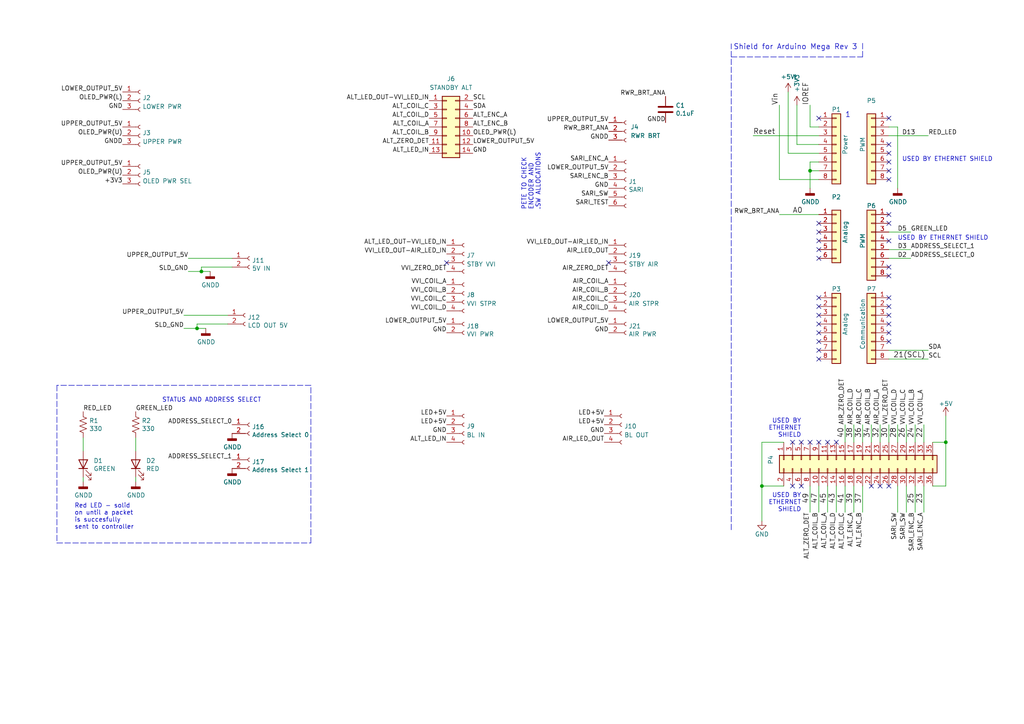
<source format=kicad_sch>
(kicad_sch (version 20211123) (generator eeschema)
  (paper "A4")
  (title_block (date "mar. 31 mars 2015"))
  (lib_symbols
    (symbol "APU Panel PCB V2:Connector_Conn_01x04_Female" (pin_names (offset 1.016) hide)
      (property "Reference" "J" (at 0 5.08 0))
      (property "Value" "Connector_Conn_01x04_Female" (at 0 -7.62 0))
      (symbol "Connector_Conn_01x04_Female_1_1"
        (arc (start 0 -4.572) (mid -0.508 -5.08) (end 0 -5.588) (stroke (width 0.1524)))
        (arc (start 0 -2.032) (mid -0.508 -2.54) (end 0 -3.048) (stroke (width 0.1524)))
        (polyline (pts (xy -1.27 -5.08) (xy -0.508 -5.08)) (stroke (width 0.1524)))
        (polyline (pts (xy -1.27 -2.54) (xy -0.508 -2.54)) (stroke (width 0.1524)))
        (polyline (pts (xy -1.27 0) (xy -0.508 0)) (stroke (width 0.1524)))
        (polyline (pts (xy -1.27 2.54) (xy -0.508 2.54)) (stroke (width 0.1524)))
        (arc (start 0 0.508) (mid -0.508 0) (end 0 -0.508) (stroke (width 0.1524)))
        (arc (start 0 3.048) (mid -0.508 2.54) (end 0 2.032) (stroke (width 0.1524)))
        (pin passive line (at -5.08 2.54 0) (length 3.81) (name "Pin_1") (number "1"))
        (pin passive line (at -5.08 0 0) (length 3.81) (name "Pin_2") (number "2"))
        (pin passive line (at -5.08 -2.54 0) (length 3.81) (name "Pin_3") (number "3"))
        (pin passive line (at -5.08 -5.08 0) (length 3.81) (name "Pin_4") (number "4"))
      )
    )
    (symbol "Connector:Conn_01x02_Female" (pin_names (offset 1.016) hide)
      (property "Reference" "J" (at 0 2.54 0))
      (property "Value" "Conn_01x02_Female" (at 0 -5.08 0))
      (symbol "Conn_01x02_Female_1_1"
        (arc (start 0 -2.032) (mid -0.508 -2.54) (end 0 -3.048) (stroke (width 0.1524)))
        (polyline (pts (xy -1.27 -2.54) (xy -0.508 -2.54)) (stroke (width 0.1524)))
        (polyline (pts (xy -1.27 0) (xy -0.508 0)) (stroke (width 0.1524)))
        (arc (start 0 0.508) (mid -0.508 0) (end 0 -0.508) (stroke (width 0.1524)))
        (pin passive line (at -5.08 0 0) (length 3.81) (name "Pin_1") (number "1"))
        (pin passive line (at -5.08 -2.54 0) (length 3.81) (name "Pin_2") (number "2"))
      )
    )
    (symbol "Connector:Conn_01x06_Female" (pin_names (offset 1.016) hide)
      (property "Reference" "J" (at 0 7.62 0))
      (property "Value" "Conn_01x06_Female" (at 0 -10.16 0))
      (symbol "Conn_01x06_Female_1_1"
        (arc (start 0 -7.112) (mid -0.508 -7.62) (end 0 -8.128) (stroke (width 0.1524)))
        (arc (start 0 -4.572) (mid -0.508 -5.08) (end 0 -5.588) (stroke (width 0.1524)))
        (arc (start 0 -2.032) (mid -0.508 -2.54) (end 0 -3.048) (stroke (width 0.1524)))
        (polyline (pts (xy -1.27 -7.62) (xy -0.508 -7.62)) (stroke (width 0.1524)))
        (polyline (pts (xy -1.27 -5.08) (xy -0.508 -5.08)) (stroke (width 0.1524)))
        (polyline (pts (xy -1.27 -2.54) (xy -0.508 -2.54)) (stroke (width 0.1524)))
        (polyline (pts (xy -1.27 0) (xy -0.508 0)) (stroke (width 0.1524)))
        (polyline (pts (xy -1.27 2.54) (xy -0.508 2.54)) (stroke (width 0.1524)))
        (polyline (pts (xy -1.27 5.08) (xy -0.508 5.08)) (stroke (width 0.1524)))
        (arc (start 0 0.508) (mid -0.508 0) (end 0 -0.508) (stroke (width 0.1524)))
        (arc (start 0 3.048) (mid -0.508 2.54) (end 0 2.032) (stroke (width 0.1524)))
        (arc (start 0 5.588) (mid -0.508 5.08) (end 0 4.572) (stroke (width 0.1524)))
        (pin passive line (at -5.08 5.08 0) (length 3.81) (name "Pin_1") (number "1"))
        (pin passive line (at -5.08 2.54 0) (length 3.81) (name "Pin_2") (number "2"))
        (pin passive line (at -5.08 0 0) (length 3.81) (name "Pin_3") (number "3"))
        (pin passive line (at -5.08 -2.54 0) (length 3.81) (name "Pin_4") (number "4"))
        (pin passive line (at -5.08 -5.08 0) (length 3.81) (name "Pin_5") (number "5"))
        (pin passive line (at -5.08 -7.62 0) (length 3.81) (name "Pin_6") (number "6"))
      )
    )
    (symbol "Connector_Generic:Conn_01x06" (pin_names (offset 1.016) hide)
      (property "Reference" "J" (at 0 7.62 0))
      (property "Value" "Conn_01x06" (at 0 -10.16 0))
      (symbol "Conn_01x06_1_1"
        (rectangle (start -1.27 -7.493) (end 0 -7.747) (stroke (width 0.1524)))
        (rectangle (start -1.27 -4.953) (end 0 -5.207) (stroke (width 0.1524)))
        (rectangle (start -1.27 -2.413) (end 0 -2.667) (stroke (width 0.1524)))
        (rectangle (start -1.27 0.127) (end 0 -0.127) (stroke (width 0.1524)))
        (rectangle (start -1.27 2.667) (end 0 2.413) (stroke (width 0.1524)))
        (rectangle (start -1.27 5.207) (end 0 4.953) (stroke (width 0.1524)))
        (rectangle (start -1.27 6.35) (end 1.27 -8.89) (stroke (width 0.254)) (fill (type background)))
        (pin passive line (at -5.08 5.08 0) (length 3.81) (name "Pin_1") (number "1"))
        (pin passive line (at -5.08 2.54 0) (length 3.81) (name "Pin_2") (number "2"))
        (pin passive line (at -5.08 0 0) (length 3.81) (name "Pin_3") (number "3"))
        (pin passive line (at -5.08 -2.54 0) (length 3.81) (name "Pin_4") (number "4"))
        (pin passive line (at -5.08 -5.08 0) (length 3.81) (name "Pin_5") (number "5"))
        (pin passive line (at -5.08 -7.62 0) (length 3.81) (name "Pin_6") (number "6"))
      )
    )
    (symbol "Connector_Generic:Conn_01x08" (pin_names (offset 1.016) hide)
      (property "Reference" "J" (at 0 10.16 0))
      (property "Value" "Conn_01x08" (at 0 -12.7 0))
      (symbol "Conn_01x08_1_1"
        (rectangle (start -1.27 -10.033) (end 0 -10.287) (stroke (width 0.1524)))
        (rectangle (start -1.27 -7.493) (end 0 -7.747) (stroke (width 0.1524)))
        (rectangle (start -1.27 -4.953) (end 0 -5.207) (stroke (width 0.1524)))
        (rectangle (start -1.27 -2.413) (end 0 -2.667) (stroke (width 0.1524)))
        (rectangle (start -1.27 0.127) (end 0 -0.127) (stroke (width 0.1524)))
        (rectangle (start -1.27 2.667) (end 0 2.413) (stroke (width 0.1524)))
        (rectangle (start -1.27 5.207) (end 0 4.953) (stroke (width 0.1524)))
        (rectangle (start -1.27 7.747) (end 0 7.493) (stroke (width 0.1524)))
        (rectangle (start -1.27 8.89) (end 1.27 -11.43) (stroke (width 0.254)) (fill (type background)))
        (pin passive line (at -5.08 7.62 0) (length 3.81) (name "Pin_1") (number "1"))
        (pin passive line (at -5.08 5.08 0) (length 3.81) (name "Pin_2") (number "2"))
        (pin passive line (at -5.08 2.54 0) (length 3.81) (name "Pin_3") (number "3"))
        (pin passive line (at -5.08 0 0) (length 3.81) (name "Pin_4") (number "4"))
        (pin passive line (at -5.08 -2.54 0) (length 3.81) (name "Pin_5") (number "5"))
        (pin passive line (at -5.08 -5.08 0) (length 3.81) (name "Pin_6") (number "6"))
        (pin passive line (at -5.08 -7.62 0) (length 3.81) (name "Pin_7") (number "7"))
        (pin passive line (at -5.08 -10.16 0) (length 3.81) (name "Pin_8") (number "8"))
      )
    )
    (symbol "Connector_Generic:Conn_02x18_Odd_Even" (pin_names (offset 1.016) hide)
      (property "Reference" "J" (at 1.27 22.86 0))
      (property "Value" "Conn_02x18_Odd_Even" (at 1.27 -25.4 0))
      (symbol "Conn_02x18_Odd_Even_1_1"
        (rectangle (start -1.27 -22.733) (end 0 -22.987) (stroke (width 0.1524)))
        (rectangle (start -1.27 -20.193) (end 0 -20.447) (stroke (width 0.1524)))
        (rectangle (start -1.27 -17.653) (end 0 -17.907) (stroke (width 0.1524)))
        (rectangle (start -1.27 -15.113) (end 0 -15.367) (stroke (width 0.1524)))
        (rectangle (start -1.27 -12.573) (end 0 -12.827) (stroke (width 0.1524)))
        (rectangle (start -1.27 -10.033) (end 0 -10.287) (stroke (width 0.1524)))
        (rectangle (start -1.27 -7.493) (end 0 -7.747) (stroke (width 0.1524)))
        (rectangle (start -1.27 -4.953) (end 0 -5.207) (stroke (width 0.1524)))
        (rectangle (start -1.27 -2.413) (end 0 -2.667) (stroke (width 0.1524)))
        (rectangle (start -1.27 0.127) (end 0 -0.127) (stroke (width 0.1524)))
        (rectangle (start -1.27 2.667) (end 0 2.413) (stroke (width 0.1524)))
        (rectangle (start -1.27 5.207) (end 0 4.953) (stroke (width 0.1524)))
        (rectangle (start -1.27 7.747) (end 0 7.493) (stroke (width 0.1524)))
        (rectangle (start -1.27 10.287) (end 0 10.033) (stroke (width 0.1524)))
        (rectangle (start -1.27 12.827) (end 0 12.573) (stroke (width 0.1524)))
        (rectangle (start -1.27 15.367) (end 0 15.113) (stroke (width 0.1524)))
        (rectangle (start -1.27 17.907) (end 0 17.653) (stroke (width 0.1524)))
        (rectangle (start -1.27 20.447) (end 0 20.193) (stroke (width 0.1524)))
        (rectangle (start -1.27 21.59) (end 3.81 -24.13) (stroke (width 0.254)) (fill (type background)))
        (rectangle (start 3.81 -22.733) (end 2.54 -22.987) (stroke (width 0.1524)))
        (rectangle (start 3.81 -20.193) (end 2.54 -20.447) (stroke (width 0.1524)))
        (rectangle (start 3.81 -17.653) (end 2.54 -17.907) (stroke (width 0.1524)))
        (rectangle (start 3.81 -15.113) (end 2.54 -15.367) (stroke (width 0.1524)))
        (rectangle (start 3.81 -12.573) (end 2.54 -12.827) (stroke (width 0.1524)))
        (rectangle (start 3.81 -10.033) (end 2.54 -10.287) (stroke (width 0.1524)))
        (rectangle (start 3.81 -7.493) (end 2.54 -7.747) (stroke (width 0.1524)))
        (rectangle (start 3.81 -4.953) (end 2.54 -5.207) (stroke (width 0.1524)))
        (rectangle (start 3.81 -2.413) (end 2.54 -2.667) (stroke (width 0.1524)))
        (rectangle (start 3.81 0.127) (end 2.54 -0.127) (stroke (width 0.1524)))
        (rectangle (start 3.81 2.667) (end 2.54 2.413) (stroke (width 0.1524)))
        (rectangle (start 3.81 5.207) (end 2.54 4.953) (stroke (width 0.1524)))
        (rectangle (start 3.81 7.747) (end 2.54 7.493) (stroke (width 0.1524)))
        (rectangle (start 3.81 10.287) (end 2.54 10.033) (stroke (width 0.1524)))
        (rectangle (start 3.81 12.827) (end 2.54 12.573) (stroke (width 0.1524)))
        (rectangle (start 3.81 15.367) (end 2.54 15.113) (stroke (width 0.1524)))
        (rectangle (start 3.81 17.907) (end 2.54 17.653) (stroke (width 0.1524)))
        (rectangle (start 3.81 20.447) (end 2.54 20.193) (stroke (width 0.1524)))
        (pin passive line (at -5.08 20.32 0) (length 3.81) (name "Pin_1") (number "1"))
        (pin passive line (at 7.62 10.16 180) (length 3.81) (name "Pin_10") (number "10"))
        (pin passive line (at -5.08 7.62 0) (length 3.81) (name "Pin_11") (number "11"))
        (pin passive line (at 7.62 7.62 180) (length 3.81) (name "Pin_12") (number "12"))
        (pin passive line (at -5.08 5.08 0) (length 3.81) (name "Pin_13") (number "13"))
        (pin passive line (at 7.62 5.08 180) (length 3.81) (name "Pin_14") (number "14"))
        (pin passive line (at -5.08 2.54 0) (length 3.81) (name "Pin_15") (number "15"))
        (pin passive line (at 7.62 2.54 180) (length 3.81) (name "Pin_16") (number "16"))
        (pin passive line (at -5.08 0 0) (length 3.81) (name "Pin_17") (number "17"))
        (pin passive line (at 7.62 0 180) (length 3.81) (name "Pin_18") (number "18"))
        (pin passive line (at -5.08 -2.54 0) (length 3.81) (name "Pin_19") (number "19"))
        (pin passive line (at 7.62 20.32 180) (length 3.81) (name "Pin_2") (number "2"))
        (pin passive line (at 7.62 -2.54 180) (length 3.81) (name "Pin_20") (number "20"))
        (pin passive line (at -5.08 -5.08 0) (length 3.81) (name "Pin_21") (number "21"))
        (pin passive line (at 7.62 -5.08 180) (length 3.81) (name "Pin_22") (number "22"))
        (pin passive line (at -5.08 -7.62 0) (length 3.81) (name "Pin_23") (number "23"))
        (pin passive line (at 7.62 -7.62 180) (length 3.81) (name "Pin_24") (number "24"))
        (pin passive line (at -5.08 -10.16 0) (length 3.81) (name "Pin_25") (number "25"))
        (pin passive line (at 7.62 -10.16 180) (length 3.81) (name "Pin_26") (number "26"))
        (pin passive line (at -5.08 -12.7 0) (length 3.81) (name "Pin_27") (number "27"))
        (pin passive line (at 7.62 -12.7 180) (length 3.81) (name "Pin_28") (number "28"))
        (pin passive line (at -5.08 -15.24 0) (length 3.81) (name "Pin_29") (number "29"))
        (pin passive line (at -5.08 17.78 0) (length 3.81) (name "Pin_3") (number "3"))
        (pin passive line (at 7.62 -15.24 180) (length 3.81) (name "Pin_30") (number "30"))
        (pin passive line (at -5.08 -17.78 0) (length 3.81) (name "Pin_31") (number "31"))
        (pin passive line (at 7.62 -17.78 180) (length 3.81) (name "Pin_32") (number "32"))
        (pin passive line (at -5.08 -20.32 0) (length 3.81) (name "Pin_33") (number "33"))
        (pin passive line (at 7.62 -20.32 180) (length 3.81) (name "Pin_34") (number "34"))
        (pin passive line (at -5.08 -22.86 0) (length 3.81) (name "Pin_35") (number "35"))
        (pin passive line (at 7.62 -22.86 180) (length 3.81) (name "Pin_36") (number "36"))
        (pin passive line (at 7.62 17.78 180) (length 3.81) (name "Pin_4") (number "4"))
        (pin passive line (at -5.08 15.24 0) (length 3.81) (name "Pin_5") (number "5"))
        (pin passive line (at 7.62 15.24 180) (length 3.81) (name "Pin_6") (number "6"))
        (pin passive line (at -5.08 12.7 0) (length 3.81) (name "Pin_7") (number "7"))
        (pin passive line (at 7.62 12.7 180) (length 3.81) (name "Pin_8") (number "8"))
        (pin passive line (at -5.08 10.16 0) (length 3.81) (name "Pin_9") (number "9"))
      )
    )
    (symbol "Device:C" (pin_numbers hide) (pin_names (offset 0.254))
      (property "Reference" "C" (at 0.635 2.54 0))
      (property "Value" "C" (at 0.635 -2.54 0))
      (symbol "C_0_1"
        (polyline (pts (xy -2.032 -0.762) (xy 2.032 -0.762)) (stroke (width 0.508)))
        (polyline (pts (xy -2.032 0.762) (xy 2.032 0.762)) (stroke (width 0.508)))
      )
      (symbol "C_1_1"
        (pin passive line (at 0 3.81 270) (length 2.794) (name "~") (number "1"))
        (pin passive line (at 0 -3.81 90) (length 2.794) (name "~") (number "2"))
      )
    )
    (symbol "Device:LED" (pin_numbers hide) (pin_names (offset 1.016) hide)
      (property "Reference" "D" (at 0 2.54 0))
      (property "Value" "LED" (at 0 -2.54 0))
      (symbol "LED_0_1"
        (polyline (pts (xy -1.27 -1.27) (xy -1.27 1.27)) (stroke (width 0.254)))
        (polyline (pts (xy -1.27 0) (xy 1.27 0)))
        (polyline (pts (xy 1.27 -1.27) (xy 1.27 1.27) (xy -1.27 0) (xy 1.27 -1.27)) (stroke (width 0.254)))
        (polyline (pts (xy -3.048 -0.762) (xy -4.572 -2.286) (xy -3.81 -2.286) (xy -4.572 -2.286) (xy -4.572 -1.524)))
        (polyline (pts (xy -1.778 -0.762) (xy -3.302 -2.286) (xy -2.54 -2.286) (xy -3.302 -2.286) (xy -3.302 -1.524)))
      )
      (symbol "LED_1_1"
        (pin passive line (at -3.81 0 0) (length 2.54) (name "K") (number "1"))
        (pin passive line (at 3.81 0 180) (length 2.54) (name "A") (number "2"))
      )
    )
    (symbol "Device:R_US" (pin_numbers hide) (pin_names (offset 0))
      (property "Reference" "R" (at 2.54 0 90))
      (property "Value" "R_US" (at -2.54 0 90))
      (symbol "R_US_0_1"
        (polyline (pts (xy 0 -2.286) (xy 0 -2.54)))
        (polyline (pts (xy 0 2.286) (xy 0 2.54)))
        (polyline (pts (xy 0 -0.762) (xy 1.016 -1.143) (xy 0 -1.524) (xy -1.016 -1.905) (xy 0 -2.286)))
        (polyline (pts (xy 0 0.762) (xy 1.016 0.381) (xy 0 0) (xy -1.016 -0.381) (xy 0 -0.762)))
        (polyline (pts (xy 0 2.286) (xy 1.016 1.905) (xy 0 1.524) (xy -1.016 1.143) (xy 0 0.762)))
      )
      (symbol "R_US_1_1"
        (pin passive line (at 0 3.81 270) (length 1.27) (name "~") (number "1"))
        (pin passive line (at 0 -3.81 90) (length 1.27) (name "~") (number "2"))
      )
    )
    (symbol "OH - Left Console - 7 - Communication Panel-cache:Connector_Conn_01x03_Female" (pin_names (offset 1.016) hide)
      (property "Reference" "J" (at 0 5.08 0))
      (property "Value" "Connector_Conn_01x03_Female" (at 0 -5.08 0))
      (symbol "Connector_Conn_01x03_Female_1_1"
        (arc (start 0 -2.032) (mid -0.508 -2.54) (end 0 -3.048) (stroke (width 0.1524)))
        (polyline (pts (xy -1.27 -2.54) (xy -0.508 -2.54)) (stroke (width 0.1524)))
        (polyline (pts (xy -1.27 0) (xy -0.508 0)) (stroke (width 0.1524)))
        (polyline (pts (xy -1.27 2.54) (xy -0.508 2.54)) (stroke (width 0.1524)))
        (arc (start 0 0.508) (mid -0.508 0) (end 0 -0.508) (stroke (width 0.1524)))
        (arc (start 0 3.048) (mid -0.508 2.54) (end 0 2.032) (stroke (width 0.1524)))
        (pin passive line (at -5.08 2.54 0) (length 3.81) (name "Pin_1") (number "1"))
        (pin passive line (at -5.08 0 0) (length 3.81) (name "Pin_2") (number "2"))
        (pin passive line (at -5.08 -2.54 0) (length 3.81) (name "Pin_3") (number "3"))
      )
    )
    (symbol "power:+3V3" (power) (pin_names (offset 0))
      (property "Value" "+3V3" (at 0 3.556 0))
      (symbol "+3V3_0_1"
        (polyline (pts (xy -0.762 1.27) (xy 0 2.54)))
        (polyline (pts (xy 0 0) (xy 0 2.54)))
        (polyline (pts (xy 0 2.54) (xy 0.762 1.27)))
      )
      (symbol "+3V3_1_1"
        (pin power_in line (at 0 0 90) (length 0) hide (name "+3V3") (number "1"))
      )
    )
    (symbol "power:+5V" (power) (pin_names (offset 0))
      (property "Value" "+5V" (at 0 3.556 0))
      (symbol "+5V_0_1"
        (polyline (pts (xy -0.762 1.27) (xy 0 2.54)))
        (polyline (pts (xy 0 0) (xy 0 2.54)))
        (polyline (pts (xy 0 2.54) (xy 0.762 1.27)))
      )
      (symbol "+5V_1_1"
        (pin power_in line (at 0 0 90) (length 0) hide (name "+5V") (number "1"))
      )
    )
    (symbol "power:+5VL" (power) (pin_names (offset 0))
      (property "Value" "+5VL" (at 0 3.556 0))
      (symbol "+5VL_0_1"
        (polyline (pts (xy -0.762 1.27) (xy 0 2.54)))
        (polyline (pts (xy 0 0) (xy 0 2.54)))
        (polyline (pts (xy 0 2.54) (xy 0.762 1.27)))
      )
      (symbol "+5VL_1_1"
        (pin power_in line (at 0 0 90) (length 0) hide (name "+5VL") (number "1"))
      )
    )
    (symbol "power:GND" (power) (pin_names (offset 0))
      (property "Value" "GND" (at 0 -3.81 0))
      (symbol "GND_0_1"
        (polyline (pts (xy 0 0) (xy 0 -1.27) (xy 1.27 -1.27) (xy 0 -2.54) (xy -1.27 -1.27) (xy 0 -1.27)))
      )
      (symbol "GND_1_1"
        (pin power_in line (at 0 0 270) (length 0) hide (name "GND") (number "1"))
      )
    )
    (symbol "power:GNDD" (power) (pin_names (offset 0))
      (property "Value" "GNDD" (at 0 -3.175 0))
      (symbol "GNDD_0_1"
        (rectangle (start -1.27 -1.524) (end 1.27 -2.032) (stroke (width 0.254)) (fill (type outline)))
        (polyline (pts (xy 0 0) (xy 0 -1.524)))
      )
      (symbol "GNDD_1_1"
        (pin power_in line (at 0 0 270) (length 0) hide (name "GNDD") (number "1"))
      )
    )
    (symbol "standby_altimeter-cache:Connector_Generic_Conn_02x07_Odd_Even" (pin_names (offset 1.016) hide)
      (property "Reference" "J" (at 1.27 10.16 0))
      (property "Value" "Connector_Generic_Conn_02x07_Odd_Even" (at 1.27 -10.16 0))
      (symbol "Connector_Generic_Conn_02x07_Odd_Even_1_1"
        (rectangle (start -1.27 -7.493) (end 0 -7.747) (stroke (width 0.1524)))
        (rectangle (start -1.27 -4.953) (end 0 -5.207) (stroke (width 0.1524)))
        (rectangle (start -1.27 -2.413) (end 0 -2.667) (stroke (width 0.1524)))
        (rectangle (start -1.27 0.127) (end 0 -0.127) (stroke (width 0.1524)))
        (rectangle (start -1.27 2.667) (end 0 2.413) (stroke (width 0.1524)))
        (rectangle (start -1.27 5.207) (end 0 4.953) (stroke (width 0.1524)))
        (rectangle (start -1.27 7.747) (end 0 7.493) (stroke (width 0.1524)))
        (rectangle (start -1.27 8.89) (end 3.81 -8.89) (stroke (width 0.254)) (fill (type background)))
        (rectangle (start 3.81 -7.493) (end 2.54 -7.747) (stroke (width 0.1524)))
        (rectangle (start 3.81 -4.953) (end 2.54 -5.207) (stroke (width 0.1524)))
        (rectangle (start 3.81 -2.413) (end 2.54 -2.667) (stroke (width 0.1524)))
        (rectangle (start 3.81 0.127) (end 2.54 -0.127) (stroke (width 0.1524)))
        (rectangle (start 3.81 2.667) (end 2.54 2.413) (stroke (width 0.1524)))
        (rectangle (start 3.81 5.207) (end 2.54 4.953) (stroke (width 0.1524)))
        (rectangle (start 3.81 7.747) (end 2.54 7.493) (stroke (width 0.1524)))
        (pin passive line (at -5.08 7.62 0) (length 3.81) (name "Pin_1") (number "1"))
        (pin passive line (at 7.62 -2.54 180) (length 3.81) (name "Pin_10") (number "10"))
        (pin passive line (at -5.08 -5.08 0) (length 3.81) (name "Pin_11") (number "11"))
        (pin passive line (at 7.62 -5.08 180) (length 3.81) (name "Pin_12") (number "12"))
        (pin passive line (at -5.08 -7.62 0) (length 3.81) (name "Pin_13") (number "13"))
        (pin passive line (at 7.62 -7.62 180) (length 3.81) (name "Pin_14") (number "14"))
        (pin passive line (at 7.62 7.62 180) (length 3.81) (name "Pin_2") (number "2"))
        (pin passive line (at -5.08 5.08 0) (length 3.81) (name "Pin_3") (number "3"))
        (pin passive line (at 7.62 5.08 180) (length 3.81) (name "Pin_4") (number "4"))
        (pin passive line (at -5.08 2.54 0) (length 3.81) (name "Pin_5") (number "5"))
        (pin passive line (at 7.62 2.54 180) (length 3.81) (name "Pin_6") (number "6"))
        (pin passive line (at -5.08 0 0) (length 3.81) (name "Pin_7") (number "7"))
        (pin passive line (at 7.62 0 180) (length 3.81) (name "Pin_8") (number "8"))
        (pin passive line (at -5.08 -2.54 0) (length 3.81) (name "Pin_9") (number "9"))
      )
    )
  )
  (junction (at 57.15 95.25))
  (junction (at 234.95 49.53))
  (junction (at 58.42 78.74))
  (junction (at 220.98 140.97))
  (junction (at 274.32 128.27))
  (no_connect (at 257.81 62.23))
  (no_connect (at 237.49 96.52))
  (no_connect (at 237.49 104.14))
  (no_connect (at 237.49 69.85))
  (no_connect (at 257.81 64.77))
  (no_connect (at 234.95 128.27))
  (no_connect (at 257.81 49.53))
  (no_connect (at 242.57 128.27))
  (no_connect (at 257.81 41.91))
  (no_connect (at 257.81 96.52))
  (no_connect (at 176.53 76.2))
  (no_connect (at 257.81 46.99))
  (no_connect (at 257.81 140.97))
  (no_connect (at 255.27 140.97))
  (no_connect (at 257.81 91.44))
  (no_connect (at 257.81 52.07))
  (no_connect (at 252.73 140.97))
  (no_connect (at 129.54 76.2))
  (no_connect (at 237.49 88.9))
  (no_connect (at 237.49 74.93))
  (no_connect (at 257.81 86.36))
  (no_connect (at 257.81 34.29))
  (no_connect (at 232.41 128.27))
  (no_connect (at 237.49 72.39))
  (no_connect (at 237.49 86.36))
  (no_connect (at 237.49 101.6))
  (no_connect (at 237.49 93.98))
  (no_connect (at 237.49 99.06))
  (no_connect (at 257.81 69.85))
  (no_connect (at 229.87 128.27))
  (no_connect (at 237.49 34.29))
  (no_connect (at 229.87 140.97))
  (no_connect (at 257.81 99.06))
  (no_connect (at 232.41 140.97))
  (no_connect (at 257.81 44.45))
  (no_connect (at 237.49 128.27))
  (no_connect (at 237.49 64.77))
  (no_connect (at 240.03 128.27))
  (no_connect (at 257.81 77.47))
  (no_connect (at 237.49 91.44))
  (no_connect (at 257.81 80.01))
  (no_connect (at 257.81 93.98))
  (no_connect (at 237.49 67.31))
  (no_connect (at 257.81 88.9))
  (wire (pts (xy 237.49 62.23) (xy 226.06 62.23)))
  (wire (pts (xy 237.49 49.53) (xy 234.95 49.53)))
  (wire (pts (xy 53.34 91.44) (xy 66.04 91.44)))
  (wire (pts (xy 218.44 39.37) (xy 237.49 39.37)))
  (wire (pts (xy 228.6 26.67) (xy 228.6 44.45)))
  (wire (pts (xy 274.32 140.97) (xy 270.51 140.97)))
  (wire (pts (xy 257.81 104.14) (xy 269.24 104.14)))
  (wire (pts (xy 220.98 128.27) (xy 220.98 140.97)))
  (wire (pts (xy 57.15 93.98) (xy 57.15 95.25)))
  (wire (pts (xy 264.16 72.39) (xy 257.81 72.39)))
  (wire (pts (xy 260.35 128.27) (xy 260.35 123.19)))
  (wire (pts (xy 237.49 46.99) (xy 234.95 46.99)))
  (wire (pts (xy 274.32 128.27) (xy 274.32 140.97)))
  (wire (pts (xy 237.49 36.83) (xy 234.95 36.83)))
  (wire (pts (xy 58.42 77.47) (xy 58.42 78.74)))
  (wire (pts (xy 67.31 77.47) (xy 58.42 77.47)))
  (wire (pts (xy 262.89 128.27) (xy 262.89 123.19)))
  (wire (pts (xy 267.97 128.27) (xy 267.97 123.19)))
  (wire (pts (xy 245.11 128.27) (xy 245.11 123.19)))
  (polyline (pts (xy 16.51 111.76) (xy 16.51 157.48)))
  (wire (pts (xy 240.03 140.97) (xy 240.03 148.59)))
  (wire (pts (xy 39.37 138.43) (xy 39.37 139.7)))
  (wire (pts (xy 257.81 128.27) (xy 257.81 123.19)))
  (wire (pts (xy 257.81 39.37) (xy 269.24 39.37)))
  (wire (pts (xy 24.13 138.43) (xy 24.13 139.7)))
  (wire (pts (xy 247.65 140.97) (xy 247.65 148.59)))
  (wire (pts (xy 265.43 140.97) (xy 265.43 148.59)))
  (wire (pts (xy 226.06 52.07) (xy 226.06 30.48)))
  (wire (pts (xy 234.95 36.83) (xy 234.95 30.48)))
  (wire (pts (xy 39.37 127) (xy 39.37 130.81)))
  (wire (pts (xy 231.14 41.91) (xy 237.49 41.91)))
  (wire (pts (xy 257.81 74.93) (xy 264.16 74.93)))
  (wire (pts (xy 252.73 128.27) (xy 252.73 123.19)))
  (wire (pts (xy 24.13 127) (xy 24.13 130.81)))
  (wire (pts (xy 57.15 95.25) (xy 59.69 95.25)))
  (wire (pts (xy 260.35 54.61) (xy 260.35 36.83)))
  (polyline (pts (xy 212.09 153.67) (xy 212.09 12.7)))
  (wire (pts (xy 265.43 128.27) (xy 265.43 123.19)))
  (polyline (pts (xy 250.19 16.51) (xy 250.19 12.065)))
  (wire (pts (xy 53.34 95.25) (xy 57.15 95.25)))
  (wire (pts (xy 58.42 78.74) (xy 60.96 78.74)))
  (polyline (pts (xy 212.09 16.51) (xy 250.19 16.51)))
  (wire (pts (xy 234.95 49.53) (xy 234.95 54.61)))
  (wire (pts (xy 234.95 140.97) (xy 234.95 148.59)))
  (wire (pts (xy 250.19 128.27) (xy 250.19 123.19)))
  (wire (pts (xy 247.65 128.27) (xy 247.65 123.19)))
  (wire (pts (xy 245.11 140.97) (xy 245.11 148.59)))
  (wire (pts (xy 267.97 140.97) (xy 267.97 148.59)))
  (polyline (pts (xy 90.17 157.48) (xy 90.17 111.76)))
  (wire (pts (xy 255.27 128.27) (xy 255.27 123.19)))
  (wire (pts (xy 231.14 30.48) (xy 231.14 41.91)))
  (wire (pts (xy 260.35 36.83) (xy 257.81 36.83)))
  (wire (pts (xy 234.95 46.99) (xy 234.95 49.53)))
  (wire (pts (xy 227.33 128.27) (xy 220.98 128.27)))
  (wire (pts (xy 274.32 120.65) (xy 274.32 128.27)))
  (polyline (pts (xy 90.17 111.76) (xy 16.51 111.76)))
  (wire (pts (xy 237.49 140.97) (xy 237.49 148.59)))
  (wire (pts (xy 269.24 101.6) (xy 257.81 101.6)))
  (wire (pts (xy 274.32 128.27) (xy 270.51 128.27)))
  (wire (pts (xy 262.89 140.97) (xy 262.89 148.59)))
  (wire (pts (xy 220.98 140.97) (xy 220.98 151.13)))
  (wire (pts (xy 260.35 140.97) (xy 260.35 148.59)))
  (wire (pts (xy 54.61 74.93) (xy 67.31 74.93)))
  (wire (pts (xy 66.04 93.98) (xy 57.15 93.98)))
  (polyline (pts (xy 16.51 157.48) (xy 90.17 157.48)))
  (wire (pts (xy 227.33 140.97) (xy 220.98 140.97)))
  (wire (pts (xy 250.19 140.97) (xy 250.19 148.59)))
  (wire (pts (xy 54.61 78.74) (xy 58.42 78.74)))
  (wire (pts (xy 228.6 44.45) (xy 237.49 44.45)))
  (wire (pts (xy 242.57 140.97) (xy 242.57 148.59)))
  (wire (pts (xy 237.49 52.07) (xy 226.06 52.07)))
  (wire (pts (xy 264.16 67.31) (xy 257.81 67.31)))
  (text "Shield for Arduino Mega Rev 3" (at 212.725 14.605 0) (effects (font (size 1.524 1.524)) (justify left bottom)))
  (text "USED BY\nETHERNET\nSHIELD" (at 232.41 127 180) (effects (font (size 1.27 1.27)) (justify right bottom)))
  (text "STATUS AND ADDRESS SELECT" (at 46.99 116.84 0) (effects (font (size 1.27 1.27)) (justify left bottom)))
  (text "USED BY ETHERNET SHIELD" (at 260.35 69.85 0) (effects (font (size 1.27 1.27)) (justify left bottom)))
  (text "USED BY\nETHERNET\nSHIELD" (at 232.41 148.59 180) (effects (font (size 1.27 1.27)) (justify right bottom)))
  (text "Red LED - solid\non until a packet\nis succesfully \nsent to controller" (at 21.59 153.67 0) (effects (font (size 1.27 1.27)) (justify left bottom)))
  (text "1" (at 245.11 34.29 0) (effects (font (size 1.524 1.524)) (justify left bottom)))
  (text "PETE TO CHECK \nENCODER AND \n.SW ALLOCATIONS" (at 156.845 60.96 90) (effects (font (size 1.27 1.27)) (justify left bottom)))
  (text "USED BY ETHERNET SHIELD" (at 261.62 46.99 0) (effects (font (size 1.27 1.27)) (justify left bottom)))
  (label "VVI_LED_OUT-AIR_LED_IN" (at 176.53 71.12 180))
  (label "ALT_COIL_C" (at 124.46 31.75 180))
  (label "SARI_SW" (at 176.53 57.15 180))
  (label "SARI_SW" (at 260.35 148.59 270))
  (label "UPPER_OUTPUT_5V" (at 35.56 48.26 180))
  (label "D2" (at 260.35 74.93 0))
  (label "LOWER_OUTPUT_5V" (at 176.53 93.98 180))
  (label "AIR_ZERO_DET" (at 176.53 78.74 180))
  (label "41" (at 245.11 146.05 90) (effects (font (size 1.524 1.524))))
  (label "VVI_COIL_C" (at 129.54 87.63 180))
  (label "SARI_ENC_B" (at 176.53 52.07 180))
  (label "VVI_LED_OUT-AIR_LED_IN" (at 129.54 73.66 180))
  (label "UPPER_OUTPUT_5V" (at 176.53 35.56 180))
  (label "ALT_COIL_A" (at 240.03 148.59 270))
  (label "ADDRESS_SELECT_1" (at 67.31 133.35 180))
  (label "+3V3" (at 35.56 53.34 180))
  (label "SARI_ENC_A" (at 176.53 46.99 180))
  (label "GND" (at 175.26 125.73 180))
  (label "ALT_COIL_B" (at 237.49 148.59 270))
  (label "D5" (at 260.35 67.31 0))
  (label "RED_LED" (at 24.13 119.38 0))
  (label "LED+5V" (at 129.54 123.19 180))
  (label "VVI_COIL_D" (at 260.35 123.19 90))
  (label "VVI_COIL_A" (at 267.97 123.19 90))
  (label "GNDD" (at 193.04 35.56 180))
  (label "Vin" (at 226.06 30.48 90) (effects (font (size 1.524 1.524))))
  (label "UPPER_OUTPUT_5V" (at 54.61 74.93 180))
  (label "VVI_ZERO_DET" (at 129.54 78.74 180))
  (label "IOREF" (at 234.95 30.48 90) (effects (font (size 1.524 1.524))))
  (label "AIR_LED_OUT" (at 176.53 73.66 180))
  (label "GND" (at 129.54 125.73 180))
  (label "28" (at 260.35 127 90) (effects (font (size 1.524 1.524))))
  (label "RED_LED" (at 269.24 39.37 0))
  (label "LED+5V" (at 129.54 120.65 180))
  (label "VVI_COIL_B" (at 129.54 85.09 180))
  (label "SARI_ENC_B" (at 265.43 148.59 270))
  (label "36" (at 250.19 127 90) (effects (font (size 1.524 1.524))))
  (label "VVI_COIL_D" (at 129.54 90.17 180))
  (label "Reset" (at 218.44 39.37 0) (effects (font (size 1.524 1.524))))
  (label "UPPER_OUTPUT_5V" (at 53.34 91.44 180))
  (label "ADDRESS_SELECT_0" (at 264.16 74.93 0))
  (label "AIR_COIL_A" (at 255.27 123.19 90))
  (label "21(SCL)" (at 259.08 104.14 0) (effects (font (size 1.524 1.524))))
  (label "AIR_COIL_D" (at 247.65 123.19 90))
  (label "37" (at 250.19 146.05 90) (effects (font (size 1.524 1.524))))
  (label "AIR_COIL_D" (at 176.53 90.17 180))
  (label "SARI_SW" (at 262.89 148.59 270))
  (label "AIR_COIL_B" (at 176.53 85.09 180))
  (label "ALT_ENC_B" (at 137.16 36.83 0))
  (label "34" (at 252.73 127 90) (effects (font (size 1.524 1.524))))
  (label "GREEN_LED" (at 264.16 67.31 0))
  (label "A0" (at 229.87 62.23 0) (effects (font (size 1.524 1.524))))
  (label "39" (at 247.65 146.05 90) (effects (font (size 1.524 1.524))))
  (label "AIR_LED_OUT" (at 175.26 128.27 180))
  (label "ALT_LED_IN" (at 124.46 44.45 180))
  (label "VVI_ZERO_DET" (at 257.81 123.19 90))
  (label "ALT_LED_OUT-VVI_LED_IN" (at 129.54 71.12 180))
  (label "40" (at 245.11 127 90) (effects (font (size 1.524 1.524))))
  (label "ADDRESS_SELECT_0" (at 67.31 123.19 180))
  (label "OLED_PWR(U)" (at 35.56 50.8 180))
  (label "ALT_ENC_B" (at 250.19 148.59 270))
  (label "ALT_COIL_C" (at 245.11 148.59 270))
  (label "GND" (at 137.16 44.45 0))
  (label "30" (at 257.81 127 90) (effects (font (size 1.524 1.524))))
  (label "SCL" (at 269.24 104.14 0))
  (label "OLED_PWR(U)" (at 35.56 39.37 180))
  (label "RWR_BRT_ANA" (at 193.04 27.94 180))
  (label "ALT_COIL_D" (at 242.57 148.59 270))
  (label "LOWER_OUTPUT_5V" (at 129.54 93.98 180))
  (label "AIR_ZERO_DET" (at 245.11 123.19 90))
  (label "LOWER_OUTPUT_5V" (at 176.53 49.53 180))
  (label "ALT_ZERO_DET" (at 124.46 41.91 180))
  (label "RWR_BRT_ANA" (at 226.06 62.23 180))
  (label "26" (at 262.89 127 90) (effects (font (size 1.524 1.524))))
  (label "24" (at 265.43 127 90) (effects (font (size 1.524 1.524))))
  (label "SDA" (at 269.24 101.6 0))
  (label "ALT_COIL_B" (at 124.46 39.37 180))
  (label "ALT_ENC_A" (at 137.16 34.29 0))
  (label "SDA" (at 137.16 31.75 0))
  (label "OLED_PWR(L)" (at 35.56 29.21 180))
  (label "OLED_PWR(L)" (at 137.16 39.37 0))
  (label "22" (at 267.97 127 90) (effects (font (size 1.524 1.524))))
  (label "SLD_GND" (at 54.61 78.74 180))
  (label "GREEN_LED" (at 39.37 119.38 0))
  (label "GND" (at 176.53 96.52 180))
  (label "VVI_COIL_B" (at 265.43 123.19 90))
  (label "UPPER_OUTPUT_5V" (at 35.56 36.83 180))
  (label "ALT_COIL_A" (at 124.46 36.83 180))
  (label "ALT_LED_IN" (at 129.54 128.27 180))
  (label "AIR_COIL_C" (at 176.53 87.63 180))
  (label "ALT_ZERO_DET" (at 234.95 148.59 270))
  (label "23" (at 267.97 146.05 90) (effects (font (size 1.524 1.524))))
  (label "ALT_LED_OUT-VVI_LED_IN" (at 124.46 29.21 180))
  (label "45" (at 240.03 146.05 90) (effects (font (size 1.524 1.524))))
  (label "AIR_COIL_A" (at 176.53 82.55 180))
  (label "38" (at 247.65 127 90) (effects (font (size 1.524 1.524))))
  (label "ALT_COIL_D" (at 124.46 34.29 180))
  (label "25" (at 265.43 146.05 90) (effects (font (size 1.524 1.524))))
  (label "LED+5V" (at 175.26 120.65 180))
  (label "SARI_TEST" (at 176.53 59.69 180))
  (label "VVI_COIL_C" (at 262.89 123.19 90))
  (label "GND" (at 176.53 54.61 180))
  (label "VVI_COIL_A" (at 129.54 82.55 180))
  (label "SARI_ENC_A" (at 267.97 148.59 270))
  (label "SLD_GND" (at 53.34 95.25 180))
  (label "LOWER_OUTPUT_5V" (at 35.56 26.67 180))
  (label "LED+5V" (at 175.26 123.19 180))
  (label "LOWER_OUTPUT_5V" (at 137.16 41.91 0))
  (label "47" (at 237.49 146.05 90) (effects (font (size 1.524 1.524))))
  (label "43" (at 242.57 146.05 90) (effects (font (size 1.524 1.524))))
  (label "D3" (at 260.35 72.39 0))
  (label "32" (at 255.27 127 90) (effects (font (size 1.524 1.524))))
  (label "D13" (at 261.62 39.37 0))
  (label "SCL" (at 137.16 29.21 0))
  (label "GND" (at 35.56 31.75 180))
  (label "GNDD" (at 35.56 41.91 180))
  (label "ALT_ENC_A" (at 247.65 148.59 270))
  (label "GND" (at 129.54 96.52 180))
  (label "GNDD" (at 176.53 40.64 180))
  (label "AIR_COIL_B" (at 252.73 123.19 90))
  (label "RWR_BRT_ANA" (at 176.53 38.1 180))
  (label "ADDRESS_SELECT_1" (at 264.16 72.39 0))
  (label "AIR_COIL_C" (at 250.19 123.19 90))
  (label "49" (at 234.95 146.05 90) (effects (font (size 1.524 1.524))))
  (symbol (lib_id "Connector_Generic:Conn_01x08") (at 242.57 41.91 0) (unit 1)
    (property "Reference" "P1" (at 242.57 31.75 0))
    (property "Value" "Power" (at 245.11 41.91 90))
    (property "Footprint" "Socket_Arduino_Mega:Socket_Strip_Arduino_1x08" (effects hide))
  )
  (symbol (lib_id "power:+3V3") (at 231.14 30.48 0) (unit 1)
    (property "Reference" "#PWR020" (effects hide))
    (property "Value" "+3.3V" (at 231.14 24.13 90))
  )
  (symbol (lib_id "Connector_Generic:Conn_01x08") (at 252.73 41.91 0) (mirror y) (unit 1)
    (property "Reference" "P5" (at 252.73 29.21 0))
    (property "Value" "PWM" (at 250.19 41.91 90))
    (property "Footprint" "Socket_Arduino_Mega:Socket_Strip_Arduino_1x08" (effects hide))
  )
  (symbol (lib_id "Connector_Generic:Conn_01x06") (at 242.57 67.31 0) (unit 1)
    (property "Reference" "P2" (at 242.57 57.15 0))
    (property "Value" "Analog" (at 245.11 67.31 90))
    (property "Footprint" "Socket_Arduino_Mega:Socket_Strip_Arduino_1x06" (effects hide))
  )
  (symbol (lib_id "Connector_Generic:Conn_01x08") (at 252.73 69.85 0) (mirror y) (unit 1)
    (property "Reference" "P6" (at 252.73 59.69 0))
    (property "Value" "PWM" (at 250.19 69.85 90))
    (property "Footprint" "Socket_Arduino_Mega:Socket_Strip_Arduino_1x08" (effects hide))
  )
  (symbol (lib_id "Connector_Generic:Conn_01x08") (at 242.57 93.98 0) (unit 1)
    (property "Reference" "P3" (at 242.57 83.82 0))
    (property "Value" "Analog" (at 245.11 93.98 90))
    (property "Footprint" "Socket_Arduino_Mega:Socket_Strip_Arduino_1x08" (effects hide))
  )
  (symbol (lib_id "Connector_Generic:Conn_01x08") (at 252.73 93.98 0) (mirror y) (unit 1)
    (property "Reference" "P7" (at 252.73 83.82 0))
    (property "Value" "Communication" (at 250.19 93.98 90))
    (property "Footprint" "Socket_Arduino_Mega:Socket_Strip_Arduino_1x08" (effects hide))
  )
  (symbol (lib_id "Connector_Generic:Conn_02x18_Odd_Even") (at 247.65 133.35 90) (mirror x) (unit 1)
    (property "Reference" "P4" (at 223.52 133.35 0))
    (property "Value" "Digital" (effects hide))
    (property "Footprint" "Socket_Arduino_Mega:Socket_Strip_Arduino_2x18" (effects hide))
  )
  (symbol (lib_id "power:GND") (at 220.98 151.13 0) (unit 1)
    (property "Reference" "#PWR018" (effects hide))
    (property "Value" "GND" (at 220.98 154.94 0))
  )
  (symbol (lib_id "power:+5V") (at 274.32 120.65 0) (unit 1)
    (property "Reference" "#PWR023" (effects hide))
    (property "Value" "+5V" (at 274.32 117.094 0))
  )
  (symbol (lib_id "Device:LED") (at 24.13 134.62 90) (unit 1)
    (property "Reference" "D1" (at 27.1272 133.6294 90) (effects (justify right)))
    (property "Value" "GREEN" (at 27.1272 135.9408 90) (effects (justify right)))
    (property "Footprint" "LED_THT:LED_D3.0mm" (effects hide))
  )
  (symbol (lib_id "Device:R_US") (at 24.13 123.19 0) (unit 1)
    (property "Reference" "R1" (at 25.8572 122.0216 0) (effects (justify left)))
    (property "Value" "330" (at 25.8572 124.333 0) (effects (justify left)))
    (property "Footprint" "PT_Library_v001:PT_R_Axial_DIN0204_L3.6mm_D1.6mm_P2.54mm_Vertical" (effects hide))
  )
  (symbol (lib_id "Device:LED") (at 39.37 134.62 90) (unit 1)
    (property "Reference" "D2" (at 42.3672 133.6294 90) (effects (justify right)))
    (property "Value" "RED" (at 42.3672 135.9408 90) (effects (justify right)))
    (property "Footprint" "LED_THT:LED_D3.0mm" (effects hide))
  )
  (symbol (lib_id "Device:R_US") (at 39.37 123.19 0) (unit 1)
    (property "Reference" "R2" (at 41.0972 122.0216 0) (effects (justify left)))
    (property "Value" "330" (at 41.0972 124.333 0) (effects (justify left)))
    (property "Footprint" "PT_Library_v001:PT_R_Axial_DIN0204_L3.6mm_D1.6mm_P2.54mm_Vertical" (effects hide))
  )
  (symbol (lib_id "power:+5VL") (at 228.6 26.67 0) (unit 1)
    (property "Reference" "#PWR019" (effects hide))
    (property "Value" "+5VL" (at 228.981 22.2758 0))
  )
  (symbol (lib_id "power:GNDD") (at 234.95 54.61 0) (unit 1)
    (property "Reference" "#PWR021" (effects hide))
    (property "Value" "GNDD" (at 235.0516 58.547 0))
  )
  (symbol (lib_id "power:GNDD") (at 260.35 54.61 0) (unit 1)
    (property "Reference" "#PWR022" (effects hide))
    (property "Value" "GNDD" (at 260.4516 58.547 0))
  )
  (symbol (lib_id "Connector:Conn_01x02_Female") (at 72.39 123.19 0) (unit 1)
    (property "Reference" "J16" (at 73.1012 123.7996 0) (effects (justify left)))
    (property "Value" "Address Select 0" (at 73.1012 126.111 0) (effects (justify left)))
    (property "Footprint" "Connector_PinHeader_2.54mm:PinHeader_1x02_P2.54mm_Vertical" (effects hide))
  )
  (symbol (lib_id "power:GNDD") (at 67.31 125.73 0) (unit 1)
    (property "Reference" "#PWR014" (effects hide))
    (property "Value" "GNDD" (at 67.4116 129.667 0))
  )
  (symbol (lib_id "Connector:Conn_01x02_Female") (at 72.39 133.35 0) (unit 1)
    (property "Reference" "J17" (at 73.1012 133.9596 0) (effects (justify left)))
    (property "Value" "Address Select 1" (at 73.1012 136.271 0) (effects (justify left)))
    (property "Footprint" "Connector_PinHeader_2.54mm:PinHeader_1x02_P2.54mm_Vertical" (effects hide))
  )
  (symbol (lib_id "power:GNDD") (at 67.31 135.89 0) (unit 1)
    (property "Reference" "#PWR015" (effects hide))
    (property "Value" "GNDD" (at 67.4116 139.827 0))
  )
  (symbol (lib_id "power:GNDD") (at 39.37 139.7 0) (unit 1)
    (property "Reference" "#PWR011" (effects hide))
    (property "Value" "GNDD" (at 39.4716 143.637 0))
  )
  (symbol (lib_id "power:GNDD") (at 24.13 139.7 0) (unit 1)
    (property "Reference" "#PWR010" (effects hide))
    (property "Value" "GNDD" (at 24.2316 143.637 0))
  )
  (symbol (lib_id "Connector:Conn_01x02_Female") (at 71.12 91.44 0) (unit 1)
    (property "Reference" "J12" (at 71.8312 92.0496 0) (effects (justify left)))
    (property "Value" "LCD OUT 5V" (at 71.8312 94.361 0) (effects (justify left)))
    (property "Footprint" "Connector_BarrelJack:BarrelJack_Horizontal" (effects hide))
  )
  (symbol (lib_id "Connector:Conn_01x02_Female") (at 181.61 93.98 0) (unit 1)
    (property "Reference" "J21" (at 182.3212 94.5896 0) (effects (justify left)))
    (property "Value" "AIR PWR" (at 182.3212 96.901 0) (effects (justify left)))
    (property "Footprint" "Connector_Molex:Molex_KK-254_AE-6410-02A_1x02_P2.54mm_Vertical" (effects hide))
  )
  (symbol (lib_id "power:GNDD") (at 59.69 95.25 0) (unit 1)
    (property "Reference" "#PWR0105" (effects hide))
    (property "Value" "GNDD" (at 59.7916 99.187 0))
  )
  (symbol (lib_id "APU Panel PCB V2:Connector_Conn_01x04_Female") (at 134.62 123.19 0) (unit 1)
    (property "Reference" "J9" (at 135.3312 123.6253 0) (effects (justify left)))
    (property "Value" "BL IN" (at 135.3312 126.1622 0) (effects (justify left)))
    (property "Footprint" "Connector_Molex:Molex_Mini-Fit_Jr_5566-04A_2x02_P4.20mm_Vertical" (effects hide))
  )
  (symbol (lib_id "OH - Left Console - 7 - Communication Panel-cache:Connector_Conn_01x03_Female") (at 40.64 39.37 0) (unit 1)
    (property "Reference" "J3" (at 41.3512 38.5353 0) (effects (justify left)))
    (property "Value" "UPPER PWR" (at 41.3512 41.0722 0) (effects (justify left)))
    (property "Footprint" "Connector_Molex:Molex_KK-254_AE-6410-03A_1x03_P2.54mm_Vertical" (effects hide))
  )
  (symbol (lib_id "OH - Left Console - 7 - Communication Panel-cache:Connector_Conn_01x03_Female") (at 181.61 38.1 0) (unit 1)
    (property "Reference" "J4" (at 182.88 36.8299 0) (effects (justify left)))
    (property "Value" "RWR BRT" (at 182.88 39.3699 0) (effects (justify left)))
    (property "Footprint" "Connector_Molex:Molex_KK-254_AE-6410-03A_1x03_P2.54mm_Vertical" (effects hide))
  )
  (symbol (lib_id "Device:C") (at 193.04 31.75 0) (unit 1)
    (property "Reference" "C1" (at 195.961 30.5816 0) (effects (justify left)))
    (property "Value" "0.1uF" (at 195.961 32.893 0) (effects (justify left)))
    (property "Footprint" "Capacitor_THT:C_Disc_D6.0mm_W2.5mm_P5.00mm" (effects hide))
  )
  (symbol (lib_id "APU Panel PCB V2:Connector_Conn_01x04_Female") (at 134.62 85.09 0) (unit 1)
    (property "Reference" "J8" (at 135.3312 85.5253 0) (effects (justify left)))
    (property "Value" "VVI STPR" (at 135.3312 88.0622 0) (effects (justify left)))
    (property "Footprint" "Connector_Molex:Molex_KK-254_AE-6410-04A_1x04_P2.54mm_Vertical" (effects hide))
  )
  (symbol (lib_id "Connector:Conn_01x02_Female") (at 72.39 74.93 0) (unit 1)
    (property "Reference" "J11" (at 73.1012 75.5396 0) (effects (justify left)))
    (property "Value" "5V IN" (at 73.1012 77.851 0) (effects (justify left)))
    (property "Footprint" "Connector_BarrelJack:BarrelJack_Horizontal" (effects hide))
  )
  (symbol (lib_id "OH - Left Console - 7 - Communication Panel-cache:Connector_Conn_01x03_Female") (at 40.64 50.8 0) (unit 1)
    (property "Reference" "J5" (at 41.3512 49.9653 0) (effects (justify left)))
    (property "Value" "OLED PWR SEL" (at 41.3512 52.5022 0) (effects (justify left)))
    (property "Footprint" "Connector_PinHeader_2.54mm:PinHeader_1x03_P2.54mm_Vertical" (effects hide))
  )
  (symbol (lib_id "Connector:Conn_01x02_Female") (at 134.62 93.98 0) (unit 1)
    (property "Reference" "J18" (at 135.3312 94.5896 0) (effects (justify left)))
    (property "Value" "VVI PWR" (at 135.3312 96.901 0) (effects (justify left)))
    (property "Footprint" "Connector_Molex:Molex_KK-254_AE-6410-02A_1x02_P2.54mm_Vertical" (effects hide))
  )
  (symbol (lib_id "APU Panel PCB V2:Connector_Conn_01x04_Female") (at 181.61 85.09 0) (unit 1)
    (property "Reference" "J20" (at 182.3212 85.5253 0) (effects (justify left)))
    (property "Value" "AIR STPR" (at 182.3212 88.0622 0) (effects (justify left)))
    (property "Footprint" "Connector_Molex:Molex_KK-254_AE-6410-04A_1x04_P2.54mm_Vertical" (effects hide))
  )
  (symbol (lib_id "OH - Left Console - 7 - Communication Panel-cache:Connector_Conn_01x03_Female") (at 40.64 29.21 0) (unit 1)
    (property "Reference" "J2" (at 41.3512 28.3753 0) (effects (justify left)))
    (property "Value" "LOWER PWR" (at 41.3512 30.9122 0) (effects (justify left)))
    (property "Footprint" "Connector_Molex:Molex_KK-254_AE-6410-03A_1x03_P2.54mm_Vertical" (effects hide))
  )
  (symbol (lib_id "standby_altimeter-cache:Connector_Generic_Conn_02x07_Odd_Even") (at 129.54 36.83 0) (unit 1)
    (property "Reference" "J6" (at 130.81 22.86 0))
    (property "Value" "STANDBY ALT" (at 130.81 25.4 0))
    (property "Footprint" "Connector_IDC:IDC-Header_2x07_P2.54mm_Vertical" (effects hide))
  )
  (symbol (lib_id "power:GNDD") (at 60.96 78.74 0) (unit 1)
    (property "Reference" "#PWR0104" (effects hide))
    (property "Value" "GNDD" (at 61.0616 82.677 0))
  )
  (symbol (lib_id "Connector:Conn_01x06_Female") (at 181.61 52.07 0) (unit 1)
    (property "Reference" "J1" (at 182.3212 52.6796 0) (effects (justify left)))
    (property "Value" "SARI" (at 182.3212 54.991 0) (effects (justify left)))
    (property "Footprint" "Connector_Molex:Molex_KK-254_AE-6410-06A_1x06_P2.54mm_Vertical" (effects hide))
  )
  (symbol (lib_id "APU Panel PCB V2:Connector_Conn_01x04_Female") (at 181.61 73.66 0) (unit 1)
    (property "Reference" "J19" (at 182.3212 74.0953 0) (effects (justify left)))
    (property "Value" "STBY AIR" (at 182.3212 76.6322 0) (effects (justify left)))
    (property "Footprint" "Connector_Molex:Molex_KK-254_AE-6410-04A_1x04_P2.54mm_Vertical" (effects hide))
  )
  (symbol (lib_id "APU Panel PCB V2:Connector_Conn_01x04_Female") (at 180.34 123.19 0) (unit 1)
    (property "Reference" "J10" (at 181.0512 123.6253 0) (effects (justify left)))
    (property "Value" "BL OUT" (at 181.0512 126.1622 0) (effects (justify left)))
    (property "Footprint" "Connector_Molex:Molex_Mini-Fit_Jr_5566-04A_2x02_P4.20mm_Vertical" (effects hide))
  )
  (symbol (lib_id "APU Panel PCB V2:Connector_Conn_01x04_Female") (at 134.62 73.66 0) (unit 1)
    (property "Reference" "J7" (at 135.3312 74.0953 0) (effects (justify left)))
    (property "Value" "STBY VVI" (at 135.3312 76.6322 0) (effects (justify left)))
    (property "Footprint" "Connector_Molex:Molex_KK-254_AE-6410-04A_1x04_P2.54mm_Vertical" (effects hide))
  )
)
</source>
